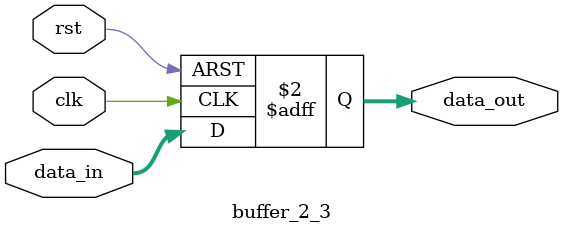
<source format=v>
module buffer_2_3 (
    input wire clk,
    input wire rst,
    input wire [7:0] data_in,
    output reg [7:0] data_out
);
    always @(posedge clk or posedge rst) begin
        if (rst)
            data_out <= 8'b0;
        else
            data_out <= data_in;
    end
endmodule

</source>
